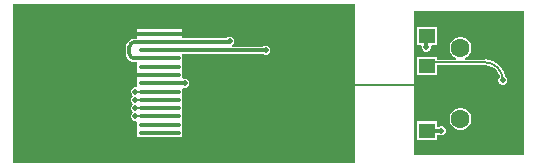
<source format=gtl>
G04 EasyEDA Pro v2.2.22.1, 2024-08-16 18:46:04*
G04 Gerber Generator version 0.3*G04*
G04 #@! TF.GenerationSoftware,Altium Limited,Altium Designer,22.10.1 (41)*
G04*
G04 Layer_Physical_Order=1*
G04 Layer_Color=6579420*
%FSLAX25Y25*%
%MOIN*%
G70*
G04*
G04 #@! TF.SameCoordinates,35FDAC58-FA5E-4571-A4AC-5025684A0D72*
G04*
G04*
G04 #@! TF.FilePolarity,Positive*
G04*
G01*
G75*
%ADD11C,0.00500*%
%ADD13R,0.05118X0.04724*%
%ADD14R,0.05512X0.05118*%
G04:AMPARAMS|DCode=15|XSize=15.75mil|YSize=137.8mil|CornerRadius=3.94mil|HoleSize=0mil|Usage=FLASHONLY|Rotation=270.000|XOffset=0mil|YOffset=0mil|HoleType=Round|Shape=RoundedRectangle|*
%AMROUNDEDRECTD15*
21,1,0.01575,0.12992,0,0,270.0*
21,1,0.00787,0.13780,0,0,270.0*
1,1,0.00787,-0.06496,-0.00394*
1,1,0.00787,-0.06496,0.00394*
1,1,0.00787,0.06496,0.00394*
1,1,0.00787,0.06496,-0.00394*
%
%ADD15ROUNDEDRECTD15*%
%ADD19C,0.06299*%
%ADD20C,0.00800*%
%ADD21C,0.01200*%
%ADD22C,0.02000*%
G36*
X-19685Y-26575D02*
X-133858D01*
Y26575D01*
X-19685D01*
Y-26575D01*
D02*
G37*
G36*
X36500Y-24000D02*
X0D01*
Y24000D01*
X36500D01*
Y-24000D01*
D02*
G37*
%LPC*%
G36*
X-77358Y18000D02*
X-92358D01*
Y14901D01*
X-93221D01*
Y14904D01*
X-93972Y14805D01*
X-94673Y14515D01*
X-95274Y14054D01*
X-95736Y13452D01*
X-96026Y12752D01*
X-96125Y12000D01*
X-96122D01*
Y10000D01*
X-96124D01*
X-96027Y9261D01*
X-95742Y8572D01*
X-95288Y7980D01*
X-94696Y7526D01*
X-94007Y7241D01*
X-93268Y7143D01*
Y7146D01*
X-92358D01*
Y-1027D01*
X-92702Y-1256D01*
X-93298D01*
X-93850Y-1484D01*
X-94272Y-1906D01*
X-94500Y-2458D01*
Y-3054D01*
X-94272Y-3606D01*
X-94070Y-3807D01*
X-93904Y-4134D01*
X-94070Y-4461D01*
X-94272Y-4662D01*
X-94500Y-5213D01*
Y-5810D01*
X-94272Y-6362D01*
X-94070Y-6563D01*
X-93904Y-6890D01*
X-94070Y-7216D01*
X-94272Y-7418D01*
X-94500Y-7969D01*
Y-8566D01*
X-94272Y-9117D01*
X-94070Y-9319D01*
X-93904Y-9646D01*
X-94070Y-9972D01*
X-94272Y-10174D01*
X-94500Y-10725D01*
Y-11322D01*
X-94272Y-11873D01*
X-93850Y-12295D01*
X-93298Y-12524D01*
X-92702D01*
X-92358Y-12753D01*
Y-18000D01*
X-77358D01*
Y-1809D01*
X-76858Y-1475D01*
X-76798Y-1500D01*
X-76202D01*
X-75650Y-1272D01*
X-75228Y-850D01*
X-75000Y-298D01*
Y298D01*
X-75228Y850D01*
X-75650Y1272D01*
X-76202Y1500D01*
X-76798D01*
X-76858Y1475D01*
X-77358Y1809D01*
Y9890D01*
X-50512D01*
X-50350Y9728D01*
X-49798Y9500D01*
X-49202D01*
X-48650Y9728D01*
X-48228Y10150D01*
X-48000Y10702D01*
Y11298D01*
X-48228Y11850D01*
X-48650Y12272D01*
X-49202Y12500D01*
X-49798D01*
X-50350Y12272D01*
X-50488Y12133D01*
X-60780D01*
X-60880Y12633D01*
X-60650Y12728D01*
X-60228Y13150D01*
X-60000Y13702D01*
Y14298D01*
X-60228Y14850D01*
X-60650Y15272D01*
X-61202Y15500D01*
X-61798D01*
X-62350Y15272D01*
X-62610Y15011D01*
X-77358D01*
Y18000D01*
D02*
G37*
G36*
X7531Y18807D02*
X1019D01*
Y12689D01*
X2239D01*
X2500Y12298D01*
Y11702D01*
X2728Y11150D01*
X3150Y10728D01*
X3702Y10500D01*
X4298D01*
X4850Y10728D01*
X5272Y11150D01*
X5500Y11702D01*
Y12298D01*
X5761Y12689D01*
X7531D01*
Y18807D01*
D02*
G37*
G36*
X15854Y15461D02*
X14893D01*
X13964Y15212D01*
X13132Y14731D01*
X12453Y14052D01*
X11972Y13220D01*
X11723Y12291D01*
Y11331D01*
X11972Y10402D01*
X12453Y9570D01*
X13132Y8891D01*
X13964Y8410D01*
X13870Y7918D01*
X7531D01*
Y8866D01*
X1019D01*
Y2748D01*
X7531D01*
Y6082D01*
X23500D01*
X23534Y6089D01*
X24818Y5920D01*
X26047Y5411D01*
X27102Y4602D01*
X27911Y3547D01*
X28420Y2318D01*
X28452Y2074D01*
X28228Y1850D01*
X28000Y1298D01*
Y702D01*
X28228Y150D01*
X28650Y-272D01*
X29202Y-500D01*
X29798D01*
X30350Y-272D01*
X30772Y150D01*
X31000Y702D01*
Y1298D01*
X30772Y1850D01*
X30350Y2272D01*
X30306Y2290D01*
X30300Y2353D01*
X29906Y3653D01*
X29265Y4852D01*
X28403Y5903D01*
X27352Y6765D01*
X26153Y7406D01*
X24853Y7800D01*
X23500Y7933D01*
Y7918D01*
X16876D01*
X16782Y8410D01*
X17614Y8891D01*
X18293Y9570D01*
X18774Y10402D01*
X19023Y11331D01*
Y12291D01*
X18774Y13220D01*
X18293Y14052D01*
X17614Y14731D01*
X16782Y15212D01*
X15854Y15461D01*
D02*
G37*
G36*
Y-8161D02*
X14893D01*
X13964Y-8410D01*
X13132Y-8891D01*
X12453Y-9570D01*
X11972Y-10402D01*
X11723Y-11331D01*
Y-12291D01*
X11972Y-13220D01*
X12453Y-14052D01*
X13132Y-14731D01*
X13964Y-15212D01*
X14893Y-15461D01*
X15854D01*
X16782Y-15212D01*
X17614Y-14731D01*
X18293Y-14052D01*
X18774Y-13220D01*
X19023Y-12291D01*
Y-11331D01*
X18774Y-10402D01*
X18293Y-9570D01*
X17614Y-8891D01*
X16782Y-8410D01*
X15854Y-8161D01*
D02*
G37*
G36*
X7531Y-12689D02*
X1019D01*
Y-18807D01*
X7531D01*
Y-17222D01*
X8031Y-17058D01*
X8065Y-17092D01*
X8616Y-17320D01*
X9213D01*
X9764Y-17092D01*
X10186Y-16670D01*
X10415Y-16118D01*
Y-15522D01*
X10186Y-14970D01*
X9764Y-14548D01*
X9213Y-14320D01*
X8616D01*
X8065Y-14548D01*
X8031Y-14582D01*
X7531Y-14418D01*
Y-12689D01*
D02*
G37*
%LPD*%
D11*
X-21500Y-500D02*
X2000D01*
D13*
X27972Y-21260D02*
D03*
Y21260D02*
D03*
D14*
X4275Y-15748D02*
D03*
Y-5807D02*
D03*
Y5807D02*
D03*
Y15748D02*
D03*
D15*
X-84858Y-16535D02*
D03*
Y-13780D02*
D03*
Y-11024D02*
D03*
Y-8268D02*
D03*
Y-5512D02*
D03*
Y-2756D02*
D03*
Y-0D02*
D03*
Y2756D02*
D03*
Y5512D02*
D03*
Y8268D02*
D03*
Y11024D02*
D03*
Y13780D02*
D03*
Y16535D02*
D03*
D19*
X15373Y11811D02*
D03*
Y-11811D02*
D03*
D20*
X29500Y1000D02*
G03*
X23500Y7000I-6000J0D01*
G01*
X5468D02*
X23500D01*
X4275Y5807D02*
X5468Y7000D01*
X-93000Y-2756D02*
X-84858D01*
X-93000Y-5512D02*
X-84858D01*
X-93000Y-11024D02*
X-84858D01*
X-93000Y-8268D02*
X-84858D01*
D21*
X-95953Y16535D02*
G03*
X-98000Y14488I0J-2047D01*
G01*
Y5000D02*
G03*
X-95756Y2756I2244J0D01*
G01*
X-93221Y13780D02*
G03*
X-95000Y12000I0J-1780D01*
G01*
Y10000D02*
G03*
X-93268Y8268I1732J0D01*
G01*
X4347Y-15820D02*
X8915D01*
X4275Y-15748D02*
X4347Y-15820D01*
X4000Y15473D02*
X4275Y15748D01*
X4000Y12000D02*
Y15473D01*
X-49512Y11012D02*
X-49500Y11000D01*
X-84858Y11024D02*
X-84847Y11012D01*
X-49512D01*
X-84858Y13780D02*
X-84748Y13890D01*
X-61610D01*
X-61500Y14000D01*
X-93221Y13780D02*
X-84858D01*
Y16535D02*
X-84841Y16518D01*
X-37518D01*
X-37500Y16500D01*
X-95953Y16535D02*
X-84858D01*
X-95756Y2756D02*
X-84858D01*
X-98000Y5000D02*
Y14488D01*
X-95000Y10000D02*
Y12000D01*
X-93268Y8268D02*
X-84858D01*
Y-0D02*
X-76500D01*
D22*
X8915Y-15820D02*
D03*
X29500Y1000D02*
D03*
X4000Y12000D02*
D03*
X-49500Y11000D02*
D03*
X-61500Y14000D02*
D03*
X-37500Y16500D02*
D03*
X-76500Y-0D02*
D03*
X-93000Y-2756D02*
D03*
Y-5512D02*
D03*
Y-11024D02*
D03*
Y-8268D02*
D03*
X34000Y21000D02*
D03*
Y18000D02*
D03*
Y15000D02*
D03*
Y12000D02*
D03*
Y9000D02*
D03*
Y6000D02*
D03*
Y3000D02*
D03*
Y0D02*
D03*
Y-3000D02*
D03*
Y-6000D02*
D03*
Y-9000D02*
D03*
Y-21000D02*
D03*
Y-18000D02*
D03*
Y-15000D02*
D03*
Y-12000D02*
D03*
X14500Y-4500D02*
D03*
Y-1500D02*
D03*
Y1500D02*
D03*
Y4500D02*
D03*
X18500Y-4500D02*
D03*
Y-1500D02*
D03*
Y1500D02*
D03*
Y4500D02*
D03*
X22500Y3500D02*
D03*
Y500D02*
D03*
M02*

</source>
